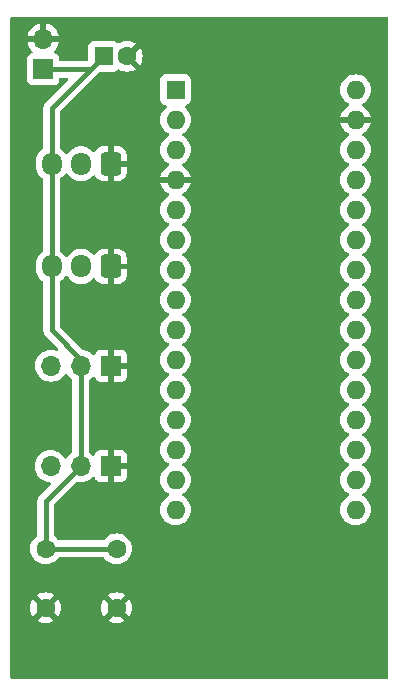
<source format=gbl>
G04 #@! TF.GenerationSoftware,KiCad,Pcbnew,8.0.4*
G04 #@! TF.CreationDate,2024-11-12T14:35:11-08:00*
G04 #@! TF.ProjectId,Engine Control Unit,456e6769-6e65-4204-936f-6e74726f6c20,rev?*
G04 #@! TF.SameCoordinates,Original*
G04 #@! TF.FileFunction,Copper,L2,Bot*
G04 #@! TF.FilePolarity,Positive*
%FSLAX46Y46*%
G04 Gerber Fmt 4.6, Leading zero omitted, Abs format (unit mm)*
G04 Created by KiCad (PCBNEW 8.0.4) date 2024-11-12 14:35:11*
%MOMM*%
%LPD*%
G01*
G04 APERTURE LIST*
G04 Aperture macros list*
%AMRoundRect*
0 Rectangle with rounded corners*
0 $1 Rounding radius*
0 $2 $3 $4 $5 $6 $7 $8 $9 X,Y pos of 4 corners*
0 Add a 4 corners polygon primitive as box body*
4,1,4,$2,$3,$4,$5,$6,$7,$8,$9,$2,$3,0*
0 Add four circle primitives for the rounded corners*
1,1,$1+$1,$2,$3*
1,1,$1+$1,$4,$5*
1,1,$1+$1,$6,$7*
1,1,$1+$1,$8,$9*
0 Add four rect primitives between the rounded corners*
20,1,$1+$1,$2,$3,$4,$5,0*
20,1,$1+$1,$4,$5,$6,$7,0*
20,1,$1+$1,$6,$7,$8,$9,0*
20,1,$1+$1,$8,$9,$2,$3,0*%
G04 Aperture macros list end*
G04 #@! TA.AperFunction,ComponentPad*
%ADD10R,1.700000X1.700000*%
G04 #@! TD*
G04 #@! TA.AperFunction,ComponentPad*
%ADD11O,1.700000X1.700000*%
G04 #@! TD*
G04 #@! TA.AperFunction,ComponentPad*
%ADD12C,1.600000*%
G04 #@! TD*
G04 #@! TA.AperFunction,ComponentPad*
%ADD13R,1.600000X1.600000*%
G04 #@! TD*
G04 #@! TA.AperFunction,ComponentPad*
%ADD14O,1.700000X1.950000*%
G04 #@! TD*
G04 #@! TA.AperFunction,ComponentPad*
%ADD15RoundRect,0.250000X0.600000X0.725000X-0.600000X0.725000X-0.600000X-0.725000X0.600000X-0.725000X0*%
G04 #@! TD*
G04 #@! TA.AperFunction,ComponentPad*
%ADD16O,1.600000X1.600000*%
G04 #@! TD*
G04 #@! TA.AperFunction,Conductor*
%ADD17C,0.400000*%
G04 #@! TD*
G04 #@! TA.AperFunction,Conductor*
%ADD18C,0.127000*%
G04 #@! TD*
G04 APERTURE END LIST*
D10*
X135040000Y-105000000D03*
D11*
X132500000Y-105000000D03*
X129960000Y-105000000D03*
D12*
X135500000Y-125500000D03*
X135500000Y-120500000D03*
D13*
X134400000Y-78800000D03*
D12*
X136400000Y-78800000D03*
D14*
X130000000Y-87900000D03*
X132500000Y-87900000D03*
D15*
X135000000Y-87900000D03*
D12*
X129500000Y-125500000D03*
X129500000Y-120500000D03*
D10*
X135000000Y-113500000D03*
D11*
X132460000Y-113500000D03*
X129920000Y-113500000D03*
D14*
X130000000Y-96600000D03*
X132500000Y-96600000D03*
D15*
X135000000Y-96600000D03*
D13*
X140500000Y-81640000D03*
D16*
X140500000Y-84180000D03*
X140500000Y-86720000D03*
X140500000Y-89260000D03*
X140500000Y-91800000D03*
X140500000Y-94340000D03*
X140500000Y-96880000D03*
X140500000Y-99420000D03*
X140500000Y-101960000D03*
X140500000Y-104500000D03*
X140500000Y-107040000D03*
X140500000Y-109580000D03*
X140500000Y-112120000D03*
X140500000Y-114660000D03*
X140500000Y-117200000D03*
X155740000Y-117200000D03*
X155740000Y-114660000D03*
X155740000Y-112120000D03*
X155740000Y-109580000D03*
X155740000Y-107040000D03*
X155740000Y-104500000D03*
X155740000Y-101960000D03*
X155740000Y-99420000D03*
X155740000Y-96880000D03*
X155740000Y-94340000D03*
X155740000Y-91800000D03*
X155740000Y-89260000D03*
X155740000Y-86720000D03*
X155740000Y-84180000D03*
X155740000Y-81640000D03*
D11*
X129300000Y-77360000D03*
D10*
X129300000Y-79900000D03*
D17*
X134400000Y-78800000D02*
X133300000Y-79900000D01*
X133300000Y-79900000D02*
X129300000Y-79900000D01*
X130000000Y-87900000D02*
X130000000Y-83200000D01*
X130000000Y-83200000D02*
X134400000Y-78800000D01*
X130000000Y-96600000D02*
X130000000Y-87900000D01*
X132500000Y-105000000D02*
X132500000Y-104500000D01*
X132500000Y-104500000D02*
X130000000Y-102000000D01*
X130000000Y-102000000D02*
X130000000Y-96600000D01*
X129500000Y-120500000D02*
X129500000Y-116460000D01*
X129500000Y-116460000D02*
X132460000Y-113500000D01*
X129500000Y-120500000D02*
X135500000Y-120500000D01*
X132460000Y-113500000D02*
X132460000Y-105040000D01*
X132460000Y-105040000D02*
X132500000Y-105000000D01*
D18*
X139830000Y-99420000D02*
X140500000Y-99420000D01*
G04 #@! TA.AperFunction,Conductor*
G36*
X158442539Y-75520185D02*
G01*
X158488294Y-75572989D01*
X158499500Y-75624500D01*
X158499500Y-131375500D01*
X158479815Y-131442539D01*
X158427011Y-131488294D01*
X158375500Y-131499500D01*
X126624500Y-131499500D01*
X126557461Y-131479815D01*
X126511706Y-131427011D01*
X126500500Y-131375500D01*
X126500500Y-125499997D01*
X128195034Y-125499997D01*
X128195034Y-125500002D01*
X128214858Y-125726599D01*
X128214860Y-125726610D01*
X128273730Y-125946317D01*
X128273735Y-125946331D01*
X128369863Y-126152478D01*
X128420974Y-126225472D01*
X129100000Y-125546446D01*
X129100000Y-125552661D01*
X129127259Y-125654394D01*
X129179920Y-125745606D01*
X129254394Y-125820080D01*
X129345606Y-125872741D01*
X129447339Y-125900000D01*
X129453553Y-125900000D01*
X128774526Y-126579025D01*
X128847513Y-126630132D01*
X128847521Y-126630136D01*
X129053668Y-126726264D01*
X129053682Y-126726269D01*
X129273389Y-126785139D01*
X129273400Y-126785141D01*
X129499998Y-126804966D01*
X129500002Y-126804966D01*
X129726599Y-126785141D01*
X129726610Y-126785139D01*
X129946317Y-126726269D01*
X129946331Y-126726264D01*
X130152478Y-126630136D01*
X130225471Y-126579024D01*
X129546447Y-125900000D01*
X129552661Y-125900000D01*
X129654394Y-125872741D01*
X129745606Y-125820080D01*
X129820080Y-125745606D01*
X129872741Y-125654394D01*
X129900000Y-125552661D01*
X129900000Y-125546447D01*
X130579024Y-126225471D01*
X130630136Y-126152478D01*
X130726264Y-125946331D01*
X130726269Y-125946317D01*
X130785139Y-125726610D01*
X130785141Y-125726599D01*
X130804966Y-125500002D01*
X130804966Y-125499997D01*
X134195034Y-125499997D01*
X134195034Y-125500002D01*
X134214858Y-125726599D01*
X134214860Y-125726610D01*
X134273730Y-125946317D01*
X134273735Y-125946331D01*
X134369863Y-126152478D01*
X134420974Y-126225472D01*
X135100000Y-125546446D01*
X135100000Y-125552661D01*
X135127259Y-125654394D01*
X135179920Y-125745606D01*
X135254394Y-125820080D01*
X135345606Y-125872741D01*
X135447339Y-125900000D01*
X135453553Y-125900000D01*
X134774526Y-126579025D01*
X134847513Y-126630132D01*
X134847521Y-126630136D01*
X135053668Y-126726264D01*
X135053682Y-126726269D01*
X135273389Y-126785139D01*
X135273400Y-126785141D01*
X135499998Y-126804966D01*
X135500002Y-126804966D01*
X135726599Y-126785141D01*
X135726610Y-126785139D01*
X135946317Y-126726269D01*
X135946331Y-126726264D01*
X136152478Y-126630136D01*
X136225471Y-126579024D01*
X135546447Y-125900000D01*
X135552661Y-125900000D01*
X135654394Y-125872741D01*
X135745606Y-125820080D01*
X135820080Y-125745606D01*
X135872741Y-125654394D01*
X135900000Y-125552661D01*
X135900000Y-125546447D01*
X136579024Y-126225471D01*
X136630136Y-126152478D01*
X136726264Y-125946331D01*
X136726269Y-125946317D01*
X136785139Y-125726610D01*
X136785141Y-125726599D01*
X136804966Y-125500002D01*
X136804966Y-125499997D01*
X136785141Y-125273400D01*
X136785139Y-125273389D01*
X136726269Y-125053682D01*
X136726264Y-125053668D01*
X136630136Y-124847521D01*
X136630132Y-124847513D01*
X136579025Y-124774526D01*
X135900000Y-125453551D01*
X135900000Y-125447339D01*
X135872741Y-125345606D01*
X135820080Y-125254394D01*
X135745606Y-125179920D01*
X135654394Y-125127259D01*
X135552661Y-125100000D01*
X135546448Y-125100000D01*
X136225472Y-124420974D01*
X136152478Y-124369863D01*
X135946331Y-124273735D01*
X135946317Y-124273730D01*
X135726610Y-124214860D01*
X135726599Y-124214858D01*
X135500002Y-124195034D01*
X135499998Y-124195034D01*
X135273400Y-124214858D01*
X135273389Y-124214860D01*
X135053682Y-124273730D01*
X135053673Y-124273734D01*
X134847516Y-124369866D01*
X134847512Y-124369868D01*
X134774526Y-124420973D01*
X134774526Y-124420974D01*
X135453553Y-125100000D01*
X135447339Y-125100000D01*
X135345606Y-125127259D01*
X135254394Y-125179920D01*
X135179920Y-125254394D01*
X135127259Y-125345606D01*
X135100000Y-125447339D01*
X135100000Y-125453552D01*
X134420974Y-124774526D01*
X134420973Y-124774526D01*
X134369868Y-124847512D01*
X134369866Y-124847516D01*
X134273734Y-125053673D01*
X134273730Y-125053682D01*
X134214860Y-125273389D01*
X134214858Y-125273400D01*
X134195034Y-125499997D01*
X130804966Y-125499997D01*
X130785141Y-125273400D01*
X130785139Y-125273389D01*
X130726269Y-125053682D01*
X130726264Y-125053668D01*
X130630136Y-124847521D01*
X130630132Y-124847513D01*
X130579025Y-124774526D01*
X129900000Y-125453551D01*
X129900000Y-125447339D01*
X129872741Y-125345606D01*
X129820080Y-125254394D01*
X129745606Y-125179920D01*
X129654394Y-125127259D01*
X129552661Y-125100000D01*
X129546448Y-125100000D01*
X130225472Y-124420974D01*
X130152478Y-124369863D01*
X129946331Y-124273735D01*
X129946317Y-124273730D01*
X129726610Y-124214860D01*
X129726599Y-124214858D01*
X129500002Y-124195034D01*
X129499998Y-124195034D01*
X129273400Y-124214858D01*
X129273389Y-124214860D01*
X129053682Y-124273730D01*
X129053673Y-124273734D01*
X128847516Y-124369866D01*
X128847512Y-124369868D01*
X128774526Y-124420973D01*
X128774526Y-124420974D01*
X129453553Y-125100000D01*
X129447339Y-125100000D01*
X129345606Y-125127259D01*
X129254394Y-125179920D01*
X129179920Y-125254394D01*
X129127259Y-125345606D01*
X129100000Y-125447339D01*
X129100000Y-125453552D01*
X128420974Y-124774526D01*
X128420973Y-124774526D01*
X128369868Y-124847512D01*
X128369866Y-124847516D01*
X128273734Y-125053673D01*
X128273730Y-125053682D01*
X128214860Y-125273389D01*
X128214858Y-125273400D01*
X128195034Y-125499997D01*
X126500500Y-125499997D01*
X126500500Y-79002135D01*
X127949500Y-79002135D01*
X127949500Y-80797870D01*
X127949501Y-80797876D01*
X127955908Y-80857483D01*
X128006202Y-80992328D01*
X128006206Y-80992335D01*
X128092452Y-81107544D01*
X128092455Y-81107547D01*
X128207664Y-81193793D01*
X128207671Y-81193797D01*
X128342517Y-81244091D01*
X128342516Y-81244091D01*
X128349444Y-81244835D01*
X128402127Y-81250500D01*
X130197872Y-81250499D01*
X130257483Y-81244091D01*
X130392331Y-81193796D01*
X130507546Y-81107546D01*
X130593796Y-80992331D01*
X130644091Y-80857483D01*
X130650500Y-80797873D01*
X130650500Y-80724500D01*
X130670185Y-80657461D01*
X130722989Y-80611706D01*
X130774500Y-80600500D01*
X131309481Y-80600500D01*
X131376520Y-80620185D01*
X131422275Y-80672989D01*
X131432219Y-80742147D01*
X131403194Y-80805703D01*
X131397162Y-80812181D01*
X129455890Y-82753451D01*
X129455887Y-82753454D01*
X129444453Y-82770568D01*
X129379223Y-82868191D01*
X129326421Y-82995667D01*
X129326418Y-82995677D01*
X129299500Y-83131004D01*
X129299500Y-86551452D01*
X129279815Y-86618491D01*
X129248385Y-86651770D01*
X129120213Y-86744890D01*
X128969890Y-86895213D01*
X128844951Y-87067179D01*
X128748444Y-87256585D01*
X128682753Y-87458760D01*
X128659062Y-87608343D01*
X128649500Y-87668713D01*
X128649500Y-88131287D01*
X128682754Y-88341243D01*
X128693722Y-88375000D01*
X128748444Y-88543414D01*
X128844951Y-88732820D01*
X128969890Y-88904786D01*
X129120211Y-89055107D01*
X129191200Y-89106682D01*
X129248385Y-89148229D01*
X129291051Y-89203558D01*
X129299500Y-89248547D01*
X129299500Y-95251452D01*
X129279815Y-95318491D01*
X129248385Y-95351770D01*
X129120213Y-95444890D01*
X128969890Y-95595213D01*
X128844951Y-95767179D01*
X128748444Y-95956585D01*
X128682753Y-96158760D01*
X128673069Y-96219905D01*
X128649500Y-96368713D01*
X128649500Y-96831287D01*
X128682754Y-97041243D01*
X128704021Y-97106697D01*
X128748444Y-97243414D01*
X128844951Y-97432820D01*
X128969890Y-97604786D01*
X129120211Y-97755107D01*
X129191200Y-97806682D01*
X129248385Y-97848229D01*
X129291051Y-97903558D01*
X129299500Y-97948547D01*
X129299500Y-101931006D01*
X129299500Y-102068994D01*
X129299500Y-102068996D01*
X129299499Y-102068996D01*
X129326418Y-102204322D01*
X129326421Y-102204332D01*
X129379222Y-102331807D01*
X129455887Y-102446545D01*
X130522326Y-103512984D01*
X130555811Y-103574307D01*
X130550827Y-103643999D01*
X130508955Y-103699932D01*
X130443491Y-103724349D01*
X130402552Y-103720440D01*
X130195413Y-103664938D01*
X130195403Y-103664936D01*
X129960001Y-103644341D01*
X129959999Y-103644341D01*
X129724596Y-103664936D01*
X129724586Y-103664938D01*
X129496344Y-103726094D01*
X129496335Y-103726098D01*
X129282171Y-103825964D01*
X129282169Y-103825965D01*
X129088597Y-103961505D01*
X128921505Y-104128597D01*
X128785965Y-104322169D01*
X128785964Y-104322171D01*
X128686098Y-104536335D01*
X128686094Y-104536344D01*
X128624938Y-104764586D01*
X128624936Y-104764596D01*
X128604341Y-104999999D01*
X128604341Y-105000000D01*
X128624936Y-105235403D01*
X128624938Y-105235413D01*
X128686094Y-105463655D01*
X128686096Y-105463659D01*
X128686097Y-105463663D01*
X128763926Y-105630567D01*
X128785965Y-105677830D01*
X128785967Y-105677834D01*
X128820211Y-105726739D01*
X128921505Y-105871401D01*
X129088599Y-106038495D01*
X129090683Y-106039954D01*
X129282165Y-106174032D01*
X129282167Y-106174033D01*
X129282170Y-106174035D01*
X129496337Y-106273903D01*
X129724592Y-106335063D01*
X129895319Y-106350000D01*
X129959999Y-106355659D01*
X129960000Y-106355659D01*
X129960001Y-106355659D01*
X130024681Y-106350000D01*
X130195408Y-106335063D01*
X130423663Y-106273903D01*
X130637830Y-106174035D01*
X130831401Y-106038495D01*
X130998495Y-105871401D01*
X131128425Y-105685842D01*
X131183002Y-105642217D01*
X131252500Y-105635023D01*
X131314855Y-105666546D01*
X131331575Y-105685842D01*
X131461501Y-105871396D01*
X131461506Y-105871402D01*
X131628595Y-106038492D01*
X131628598Y-106038494D01*
X131628599Y-106038495D01*
X131706623Y-106093127D01*
X131750248Y-106147703D01*
X131759500Y-106194702D01*
X131759500Y-112277288D01*
X131739815Y-112344327D01*
X131706624Y-112378863D01*
X131588594Y-112461508D01*
X131421505Y-112628597D01*
X131291575Y-112814158D01*
X131236998Y-112857783D01*
X131167500Y-112864977D01*
X131105145Y-112833454D01*
X131088425Y-112814158D01*
X130958494Y-112628597D01*
X130791402Y-112461506D01*
X130791395Y-112461501D01*
X130597834Y-112325967D01*
X130597830Y-112325965D01*
X130493442Y-112277288D01*
X130383663Y-112226097D01*
X130383659Y-112226096D01*
X130383655Y-112226094D01*
X130155413Y-112164938D01*
X130155403Y-112164936D01*
X129920001Y-112144341D01*
X129919999Y-112144341D01*
X129684596Y-112164936D01*
X129684586Y-112164938D01*
X129456344Y-112226094D01*
X129456335Y-112226098D01*
X129242171Y-112325964D01*
X129242169Y-112325965D01*
X129048597Y-112461505D01*
X128881505Y-112628597D01*
X128745965Y-112822169D01*
X128745964Y-112822171D01*
X128646098Y-113036335D01*
X128646094Y-113036344D01*
X128584938Y-113264586D01*
X128584936Y-113264596D01*
X128564341Y-113499999D01*
X128564341Y-113500000D01*
X128584936Y-113735403D01*
X128584938Y-113735413D01*
X128646094Y-113963655D01*
X128646096Y-113963659D01*
X128646097Y-113963663D01*
X128666430Y-114007267D01*
X128745965Y-114177830D01*
X128745967Y-114177834D01*
X128770944Y-114213504D01*
X128881505Y-114371401D01*
X129048599Y-114538495D01*
X129125135Y-114592086D01*
X129242165Y-114674032D01*
X129242167Y-114674033D01*
X129242170Y-114674035D01*
X129456337Y-114773903D01*
X129684592Y-114835063D01*
X129833194Y-114848064D01*
X129898263Y-114873516D01*
X129939242Y-114930107D01*
X129943120Y-114999869D01*
X129910068Y-115059273D01*
X128955888Y-116013453D01*
X128955884Y-116013458D01*
X128936559Y-116042382D01*
X128918485Y-116069432D01*
X128898787Y-116098911D01*
X128879223Y-116128191D01*
X128826421Y-116255667D01*
X128826418Y-116255677D01*
X128799500Y-116391004D01*
X128799500Y-119338326D01*
X128779815Y-119405365D01*
X128746624Y-119439901D01*
X128660863Y-119499951D01*
X128499951Y-119660862D01*
X128369432Y-119847265D01*
X128369431Y-119847267D01*
X128273261Y-120053502D01*
X128273258Y-120053511D01*
X128214366Y-120273302D01*
X128214364Y-120273313D01*
X128194532Y-120499998D01*
X128194532Y-120500001D01*
X128214364Y-120726686D01*
X128214366Y-120726697D01*
X128273258Y-120946488D01*
X128273261Y-120946497D01*
X128369431Y-121152732D01*
X128369432Y-121152734D01*
X128499954Y-121339141D01*
X128660858Y-121500045D01*
X128660861Y-121500047D01*
X128847266Y-121630568D01*
X129053504Y-121726739D01*
X129273308Y-121785635D01*
X129435230Y-121799801D01*
X129499998Y-121805468D01*
X129500000Y-121805468D01*
X129500002Y-121805468D01*
X129556673Y-121800509D01*
X129726692Y-121785635D01*
X129946496Y-121726739D01*
X130152734Y-121630568D01*
X130339139Y-121500047D01*
X130500047Y-121339139D01*
X130560098Y-121253377D01*
X130614675Y-121209752D01*
X130661673Y-121200500D01*
X134338327Y-121200500D01*
X134405366Y-121220185D01*
X134439902Y-121253377D01*
X134499954Y-121339141D01*
X134660858Y-121500045D01*
X134660861Y-121500047D01*
X134847266Y-121630568D01*
X135053504Y-121726739D01*
X135273308Y-121785635D01*
X135435230Y-121799801D01*
X135499998Y-121805468D01*
X135500000Y-121805468D01*
X135500002Y-121805468D01*
X135556673Y-121800509D01*
X135726692Y-121785635D01*
X135946496Y-121726739D01*
X136152734Y-121630568D01*
X136339139Y-121500047D01*
X136500047Y-121339139D01*
X136630568Y-121152734D01*
X136726739Y-120946496D01*
X136785635Y-120726692D01*
X136805468Y-120500000D01*
X136785635Y-120273308D01*
X136726739Y-120053504D01*
X136630568Y-119847266D01*
X136500047Y-119660861D01*
X136500045Y-119660858D01*
X136339141Y-119499954D01*
X136152734Y-119369432D01*
X136152732Y-119369431D01*
X135946497Y-119273261D01*
X135946488Y-119273258D01*
X135726697Y-119214366D01*
X135726693Y-119214365D01*
X135726692Y-119214365D01*
X135726691Y-119214364D01*
X135726686Y-119214364D01*
X135500002Y-119194532D01*
X135499998Y-119194532D01*
X135273313Y-119214364D01*
X135273302Y-119214366D01*
X135053511Y-119273258D01*
X135053502Y-119273261D01*
X134847267Y-119369431D01*
X134847265Y-119369432D01*
X134660858Y-119499954D01*
X134499954Y-119660858D01*
X134439902Y-119746623D01*
X134385325Y-119790248D01*
X134338327Y-119799500D01*
X130661673Y-119799500D01*
X130594634Y-119779815D01*
X130560098Y-119746623D01*
X130500048Y-119660862D01*
X130500044Y-119660858D01*
X130339139Y-119499953D01*
X130253376Y-119439901D01*
X130209751Y-119385324D01*
X130200500Y-119338326D01*
X130200500Y-116801518D01*
X130220185Y-116734479D01*
X130236814Y-116713842D01*
X132088006Y-114862649D01*
X132149327Y-114829166D01*
X132207778Y-114830557D01*
X132224592Y-114835063D01*
X132395319Y-114850000D01*
X132459999Y-114855659D01*
X132460000Y-114855659D01*
X132460001Y-114855659D01*
X132524681Y-114850000D01*
X132695408Y-114835063D01*
X132923663Y-114773903D01*
X133137830Y-114674035D01*
X133331401Y-114538495D01*
X133453717Y-114416178D01*
X133515036Y-114382696D01*
X133584728Y-114387680D01*
X133640662Y-114429551D01*
X133657577Y-114460528D01*
X133706646Y-114592088D01*
X133706649Y-114592093D01*
X133792809Y-114707187D01*
X133792812Y-114707190D01*
X133907906Y-114793350D01*
X133907913Y-114793354D01*
X134042620Y-114843596D01*
X134042627Y-114843598D01*
X134102155Y-114849999D01*
X134102172Y-114850000D01*
X134750000Y-114850000D01*
X134750000Y-113933012D01*
X134807007Y-113965925D01*
X134934174Y-114000000D01*
X135065826Y-114000000D01*
X135192993Y-113965925D01*
X135250000Y-113933012D01*
X135250000Y-114850000D01*
X135897828Y-114850000D01*
X135897844Y-114849999D01*
X135957372Y-114843598D01*
X135957379Y-114843596D01*
X136092086Y-114793354D01*
X136092093Y-114793350D01*
X136207187Y-114707190D01*
X136207190Y-114707187D01*
X136293350Y-114592093D01*
X136293354Y-114592086D01*
X136343596Y-114457379D01*
X136343598Y-114457372D01*
X136349999Y-114397844D01*
X136350000Y-114397827D01*
X136350000Y-113750000D01*
X135433012Y-113750000D01*
X135465925Y-113692993D01*
X135500000Y-113565826D01*
X135500000Y-113434174D01*
X135465925Y-113307007D01*
X135433012Y-113250000D01*
X136350000Y-113250000D01*
X136350000Y-112602172D01*
X136349999Y-112602155D01*
X136343598Y-112542627D01*
X136343596Y-112542620D01*
X136293354Y-112407913D01*
X136293350Y-112407906D01*
X136207190Y-112292812D01*
X136207187Y-112292809D01*
X136092093Y-112206649D01*
X136092086Y-112206645D01*
X135957379Y-112156403D01*
X135957372Y-112156401D01*
X135897844Y-112150000D01*
X135250000Y-112150000D01*
X135250000Y-113066988D01*
X135192993Y-113034075D01*
X135065826Y-113000000D01*
X134934174Y-113000000D01*
X134807007Y-113034075D01*
X134750000Y-113066988D01*
X134750000Y-112150000D01*
X134102155Y-112150000D01*
X134042627Y-112156401D01*
X134042620Y-112156403D01*
X133907913Y-112206645D01*
X133907906Y-112206649D01*
X133792812Y-112292809D01*
X133792809Y-112292812D01*
X133706649Y-112407906D01*
X133706645Y-112407913D01*
X133657578Y-112539470D01*
X133615707Y-112595404D01*
X133550242Y-112619821D01*
X133481969Y-112604969D01*
X133453715Y-112583819D01*
X133409366Y-112539470D01*
X133331401Y-112461505D01*
X133331396Y-112461502D01*
X133331393Y-112461499D01*
X133213376Y-112378861D01*
X133169751Y-112324284D01*
X133160500Y-112277287D01*
X133160500Y-106250720D01*
X133180185Y-106183681D01*
X133213377Y-106149145D01*
X133245005Y-106126997D01*
X133371401Y-106038495D01*
X133493717Y-105916178D01*
X133555036Y-105882696D01*
X133624728Y-105887680D01*
X133680662Y-105929551D01*
X133697577Y-105960528D01*
X133746646Y-106092088D01*
X133746649Y-106092093D01*
X133832809Y-106207187D01*
X133832812Y-106207190D01*
X133947906Y-106293350D01*
X133947913Y-106293354D01*
X134082620Y-106343596D01*
X134082627Y-106343598D01*
X134142155Y-106349999D01*
X134142172Y-106350000D01*
X134790000Y-106350000D01*
X134790000Y-105433012D01*
X134847007Y-105465925D01*
X134974174Y-105500000D01*
X135105826Y-105500000D01*
X135232993Y-105465925D01*
X135290000Y-105433012D01*
X135290000Y-106350000D01*
X135937828Y-106350000D01*
X135937844Y-106349999D01*
X135997372Y-106343598D01*
X135997379Y-106343596D01*
X136132086Y-106293354D01*
X136132093Y-106293350D01*
X136247187Y-106207190D01*
X136247190Y-106207187D01*
X136333350Y-106092093D01*
X136333354Y-106092086D01*
X136383596Y-105957379D01*
X136383598Y-105957372D01*
X136389999Y-105897844D01*
X136390000Y-105897827D01*
X136390000Y-105250000D01*
X135473012Y-105250000D01*
X135505925Y-105192993D01*
X135540000Y-105065826D01*
X135540000Y-104934174D01*
X135505925Y-104807007D01*
X135473012Y-104750000D01*
X136390000Y-104750000D01*
X136390000Y-104102172D01*
X136389999Y-104102155D01*
X136383598Y-104042627D01*
X136383596Y-104042620D01*
X136333354Y-103907913D01*
X136333350Y-103907906D01*
X136247190Y-103792812D01*
X136247187Y-103792809D01*
X136132093Y-103706649D01*
X136132086Y-103706645D01*
X135997379Y-103656403D01*
X135997372Y-103656401D01*
X135937844Y-103650000D01*
X135290000Y-103650000D01*
X135290000Y-104566988D01*
X135232993Y-104534075D01*
X135105826Y-104500000D01*
X134974174Y-104500000D01*
X134847007Y-104534075D01*
X134790000Y-104566988D01*
X134790000Y-103650000D01*
X134142155Y-103650000D01*
X134082627Y-103656401D01*
X134082620Y-103656403D01*
X133947913Y-103706645D01*
X133947906Y-103706649D01*
X133832812Y-103792809D01*
X133832809Y-103792812D01*
X133746649Y-103907906D01*
X133746645Y-103907913D01*
X133697578Y-104039470D01*
X133655707Y-104095404D01*
X133590242Y-104119821D01*
X133521969Y-104104969D01*
X133493715Y-104083819D01*
X133449366Y-104039470D01*
X133371401Y-103961505D01*
X133371397Y-103961502D01*
X133371396Y-103961501D01*
X133177834Y-103825967D01*
X133177830Y-103825965D01*
X133106727Y-103792809D01*
X132963663Y-103726097D01*
X132963659Y-103726096D01*
X132963655Y-103726094D01*
X132735413Y-103664938D01*
X132735404Y-103664936D01*
X132692898Y-103661217D01*
X132627830Y-103635763D01*
X132616027Y-103625370D01*
X130736819Y-101746162D01*
X130703334Y-101684839D01*
X130700500Y-101658481D01*
X130700500Y-97948547D01*
X130720185Y-97881508D01*
X130751614Y-97848230D01*
X130879792Y-97755104D01*
X131030104Y-97604792D01*
X131149683Y-97440204D01*
X131205011Y-97397540D01*
X131274624Y-97391561D01*
X131336420Y-97424166D01*
X131350313Y-97440199D01*
X131453661Y-97582446D01*
X131469896Y-97604792D01*
X131620213Y-97755109D01*
X131792179Y-97880048D01*
X131792181Y-97880049D01*
X131792184Y-97880051D01*
X131981588Y-97976557D01*
X132183757Y-98042246D01*
X132393713Y-98075500D01*
X132393714Y-98075500D01*
X132606286Y-98075500D01*
X132606287Y-98075500D01*
X132816243Y-98042246D01*
X133018412Y-97976557D01*
X133207816Y-97880051D01*
X133265141Y-97838402D01*
X133379784Y-97755110D01*
X133379784Y-97755109D01*
X133379792Y-97755104D01*
X133518967Y-97615928D01*
X133580286Y-97582446D01*
X133649978Y-97587430D01*
X133705912Y-97629301D01*
X133712184Y-97638515D01*
X133807684Y-97793345D01*
X133931654Y-97917315D01*
X134080875Y-98009356D01*
X134080880Y-98009358D01*
X134247302Y-98064505D01*
X134247309Y-98064506D01*
X134350019Y-98074999D01*
X134749999Y-98074999D01*
X134750000Y-98074998D01*
X134750000Y-97004145D01*
X134816657Y-97042630D01*
X134937465Y-97075000D01*
X135062535Y-97075000D01*
X135183343Y-97042630D01*
X135250000Y-97004145D01*
X135250000Y-98074999D01*
X135649972Y-98074999D01*
X135649986Y-98074998D01*
X135752697Y-98064505D01*
X135919119Y-98009358D01*
X135919124Y-98009356D01*
X136068345Y-97917315D01*
X136192315Y-97793345D01*
X136284356Y-97644124D01*
X136284358Y-97644119D01*
X136339505Y-97477697D01*
X136339506Y-97477690D01*
X136349999Y-97374986D01*
X136350000Y-97374973D01*
X136350000Y-96850000D01*
X135404146Y-96850000D01*
X135442630Y-96783343D01*
X135475000Y-96662535D01*
X135475000Y-96537465D01*
X135442630Y-96416657D01*
X135404146Y-96350000D01*
X136349999Y-96350000D01*
X136349999Y-95825028D01*
X136349998Y-95825013D01*
X136339505Y-95722302D01*
X136284358Y-95555880D01*
X136284356Y-95555875D01*
X136192315Y-95406654D01*
X136068345Y-95282684D01*
X135919124Y-95190643D01*
X135919119Y-95190641D01*
X135752697Y-95135494D01*
X135752690Y-95135493D01*
X135649986Y-95125000D01*
X135250000Y-95125000D01*
X135250000Y-96195854D01*
X135183343Y-96157370D01*
X135062535Y-96125000D01*
X134937465Y-96125000D01*
X134816657Y-96157370D01*
X134750000Y-96195854D01*
X134750000Y-95125000D01*
X134350028Y-95125000D01*
X134350012Y-95125001D01*
X134247302Y-95135494D01*
X134080880Y-95190641D01*
X134080875Y-95190643D01*
X133931654Y-95282684D01*
X133807683Y-95406655D01*
X133807680Y-95406659D01*
X133712183Y-95561484D01*
X133660235Y-95608209D01*
X133591273Y-95619430D01*
X133527191Y-95591587D01*
X133518964Y-95584068D01*
X133379786Y-95444890D01*
X133207820Y-95319951D01*
X133018414Y-95223444D01*
X133018413Y-95223443D01*
X133018412Y-95223443D01*
X132816243Y-95157754D01*
X132816241Y-95157753D01*
X132816240Y-95157753D01*
X132654957Y-95132208D01*
X132606287Y-95124500D01*
X132393713Y-95124500D01*
X132345042Y-95132208D01*
X132183760Y-95157753D01*
X131981585Y-95223444D01*
X131792179Y-95319951D01*
X131620213Y-95444890D01*
X131469894Y-95595209D01*
X131469890Y-95595214D01*
X131350318Y-95759793D01*
X131294989Y-95802459D01*
X131225375Y-95808438D01*
X131163580Y-95775833D01*
X131149682Y-95759793D01*
X131030109Y-95595214D01*
X131030105Y-95595209D01*
X130879786Y-95444890D01*
X130751615Y-95351770D01*
X130708949Y-95296441D01*
X130700500Y-95251452D01*
X130700500Y-89248547D01*
X130720185Y-89181508D01*
X130751614Y-89148230D01*
X130879792Y-89055104D01*
X131030104Y-88904792D01*
X131149683Y-88740204D01*
X131205011Y-88697540D01*
X131274624Y-88691561D01*
X131336420Y-88724166D01*
X131350313Y-88740199D01*
X131437281Y-88859901D01*
X131469896Y-88904792D01*
X131620213Y-89055109D01*
X131792179Y-89180048D01*
X131792181Y-89180049D01*
X131792184Y-89180051D01*
X131981588Y-89276557D01*
X132183757Y-89342246D01*
X132393713Y-89375500D01*
X132393714Y-89375500D01*
X132606286Y-89375500D01*
X132606287Y-89375500D01*
X132816243Y-89342246D01*
X133018412Y-89276557D01*
X133207816Y-89180051D01*
X133265141Y-89138402D01*
X133379784Y-89055110D01*
X133379784Y-89055109D01*
X133379792Y-89055104D01*
X133518967Y-88915928D01*
X133580286Y-88882446D01*
X133649978Y-88887430D01*
X133705912Y-88929301D01*
X133712184Y-88938515D01*
X133807684Y-89093345D01*
X133931654Y-89217315D01*
X134080875Y-89309356D01*
X134080880Y-89309358D01*
X134247302Y-89364505D01*
X134247309Y-89364506D01*
X134350019Y-89374999D01*
X134749999Y-89374999D01*
X134750000Y-89374998D01*
X134750000Y-88304145D01*
X134816657Y-88342630D01*
X134937465Y-88375000D01*
X135062535Y-88375000D01*
X135183343Y-88342630D01*
X135250000Y-88304145D01*
X135250000Y-89374999D01*
X135649972Y-89374999D01*
X135649986Y-89374998D01*
X135752697Y-89364505D01*
X135919119Y-89309358D01*
X135919124Y-89309356D01*
X136068345Y-89217315D01*
X136192315Y-89093345D01*
X136284356Y-88944124D01*
X136284358Y-88944119D01*
X136339505Y-88777697D01*
X136339506Y-88777690D01*
X136349999Y-88674986D01*
X136350000Y-88674973D01*
X136350000Y-88150000D01*
X135404146Y-88150000D01*
X135442630Y-88083343D01*
X135475000Y-87962535D01*
X135475000Y-87837465D01*
X135442630Y-87716657D01*
X135404146Y-87650000D01*
X136349999Y-87650000D01*
X136349999Y-87125028D01*
X136349998Y-87125013D01*
X136339505Y-87022302D01*
X136284358Y-86855880D01*
X136284356Y-86855875D01*
X136192315Y-86706654D01*
X136068345Y-86582684D01*
X135919124Y-86490643D01*
X135919119Y-86490641D01*
X135752697Y-86435494D01*
X135752690Y-86435493D01*
X135649986Y-86425000D01*
X135250000Y-86425000D01*
X135250000Y-87495854D01*
X135183343Y-87457370D01*
X135062535Y-87425000D01*
X134937465Y-87425000D01*
X134816657Y-87457370D01*
X134750000Y-87495854D01*
X134750000Y-86425000D01*
X134350028Y-86425000D01*
X134350012Y-86425001D01*
X134247302Y-86435494D01*
X134080880Y-86490641D01*
X134080875Y-86490643D01*
X133931654Y-86582684D01*
X133807683Y-86706655D01*
X133807680Y-86706659D01*
X133712183Y-86861484D01*
X133660235Y-86908209D01*
X133591273Y-86919430D01*
X133527191Y-86891587D01*
X133518964Y-86884068D01*
X133379786Y-86744890D01*
X133207820Y-86619951D01*
X133018414Y-86523444D01*
X133018413Y-86523443D01*
X133018412Y-86523443D01*
X132816243Y-86457754D01*
X132816241Y-86457753D01*
X132816240Y-86457753D01*
X132654957Y-86432208D01*
X132606287Y-86424500D01*
X132393713Y-86424500D01*
X132345042Y-86432208D01*
X132183760Y-86457753D01*
X131981585Y-86523444D01*
X131792179Y-86619951D01*
X131620213Y-86744890D01*
X131469894Y-86895209D01*
X131469890Y-86895214D01*
X131350318Y-87059793D01*
X131294989Y-87102459D01*
X131225375Y-87108438D01*
X131163580Y-87075833D01*
X131149682Y-87059793D01*
X131030109Y-86895214D01*
X131030105Y-86895209D01*
X130879786Y-86744890D01*
X130751615Y-86651770D01*
X130708949Y-86596441D01*
X130700500Y-86551452D01*
X130700500Y-84179998D01*
X139194532Y-84179998D01*
X139194532Y-84180001D01*
X139214364Y-84406686D01*
X139214366Y-84406697D01*
X139273258Y-84626488D01*
X139273261Y-84626497D01*
X139369431Y-84832732D01*
X139369432Y-84832734D01*
X139499954Y-85019141D01*
X139660858Y-85180045D01*
X139660861Y-85180047D01*
X139847266Y-85310568D01*
X139904681Y-85337341D01*
X139905275Y-85337618D01*
X139957714Y-85383791D01*
X139976866Y-85450984D01*
X139956650Y-85517865D01*
X139905275Y-85562382D01*
X139847267Y-85589431D01*
X139847265Y-85589432D01*
X139660858Y-85719954D01*
X139499954Y-85880858D01*
X139369432Y-86067265D01*
X139369431Y-86067267D01*
X139273261Y-86273502D01*
X139273258Y-86273511D01*
X139214366Y-86493302D01*
X139214364Y-86493313D01*
X139194532Y-86719998D01*
X139194532Y-86720001D01*
X139214364Y-86946686D01*
X139214366Y-86946697D01*
X139273258Y-87166488D01*
X139273261Y-87166497D01*
X139369431Y-87372732D01*
X139369432Y-87372734D01*
X139499954Y-87559141D01*
X139660858Y-87720045D01*
X139660861Y-87720047D01*
X139847266Y-87850568D01*
X139905865Y-87877893D01*
X139958305Y-87924065D01*
X139977457Y-87991258D01*
X139957242Y-88058139D01*
X139905867Y-88102657D01*
X139847515Y-88129867D01*
X139661179Y-88260342D01*
X139500342Y-88421179D01*
X139369865Y-88607517D01*
X139273734Y-88813673D01*
X139273730Y-88813682D01*
X139221127Y-89009999D01*
X139221128Y-89010000D01*
X140066988Y-89010000D01*
X140034075Y-89067007D01*
X140000000Y-89194174D01*
X140000000Y-89325826D01*
X140034075Y-89452993D01*
X140066988Y-89510000D01*
X139221128Y-89510000D01*
X139273730Y-89706317D01*
X139273734Y-89706326D01*
X139369865Y-89912482D01*
X139500342Y-90098820D01*
X139661179Y-90259657D01*
X139847518Y-90390134D01*
X139847520Y-90390135D01*
X139905865Y-90417342D01*
X139958305Y-90463514D01*
X139977457Y-90530707D01*
X139957242Y-90597589D01*
X139905867Y-90642105D01*
X139847268Y-90669431D01*
X139847264Y-90669433D01*
X139660858Y-90799954D01*
X139499954Y-90960858D01*
X139369432Y-91147265D01*
X139369431Y-91147267D01*
X139273261Y-91353502D01*
X139273258Y-91353511D01*
X139214366Y-91573302D01*
X139214364Y-91573313D01*
X139194532Y-91799998D01*
X139194532Y-91800001D01*
X139214364Y-92026686D01*
X139214366Y-92026697D01*
X139273258Y-92246488D01*
X139273261Y-92246497D01*
X139369431Y-92452732D01*
X139369432Y-92452734D01*
X139499954Y-92639141D01*
X139660858Y-92800045D01*
X139660861Y-92800047D01*
X139847266Y-92930568D01*
X139905275Y-92957618D01*
X139957714Y-93003791D01*
X139976866Y-93070984D01*
X139956650Y-93137865D01*
X139905275Y-93182382D01*
X139847267Y-93209431D01*
X139847265Y-93209432D01*
X139660858Y-93339954D01*
X139499954Y-93500858D01*
X139369432Y-93687265D01*
X139369431Y-93687267D01*
X139273261Y-93893502D01*
X139273258Y-93893511D01*
X139214366Y-94113302D01*
X139214364Y-94113313D01*
X139194532Y-94339998D01*
X139194532Y-94340001D01*
X139214364Y-94566686D01*
X139214366Y-94566697D01*
X139273258Y-94786488D01*
X139273261Y-94786497D01*
X139369431Y-94992732D01*
X139369432Y-94992734D01*
X139499954Y-95179141D01*
X139660858Y-95340045D01*
X139660861Y-95340047D01*
X139847266Y-95470568D01*
X139905275Y-95497618D01*
X139957714Y-95543791D01*
X139976866Y-95610984D01*
X139956650Y-95677865D01*
X139905275Y-95722382D01*
X139847267Y-95749431D01*
X139847265Y-95749432D01*
X139660858Y-95879954D01*
X139499954Y-96040858D01*
X139369432Y-96227265D01*
X139369431Y-96227267D01*
X139273261Y-96433502D01*
X139273258Y-96433511D01*
X139214366Y-96653302D01*
X139214364Y-96653313D01*
X139194532Y-96879998D01*
X139194532Y-96880001D01*
X139214364Y-97106686D01*
X139214366Y-97106697D01*
X139273258Y-97326488D01*
X139273261Y-97326497D01*
X139369431Y-97532732D01*
X139369432Y-97532734D01*
X139499954Y-97719141D01*
X139660858Y-97880045D01*
X139666189Y-97883778D01*
X139847266Y-98010568D01*
X139905275Y-98037618D01*
X139957714Y-98083791D01*
X139976866Y-98150984D01*
X139956650Y-98217865D01*
X139905275Y-98262382D01*
X139847267Y-98289431D01*
X139847265Y-98289432D01*
X139660858Y-98419954D01*
X139499954Y-98580858D01*
X139369432Y-98767265D01*
X139369431Y-98767267D01*
X139273261Y-98973502D01*
X139273258Y-98973511D01*
X139214366Y-99193302D01*
X139214364Y-99193313D01*
X139194532Y-99419998D01*
X139194532Y-99420001D01*
X139214364Y-99646686D01*
X139214366Y-99646697D01*
X139273258Y-99866488D01*
X139273261Y-99866497D01*
X139369431Y-100072732D01*
X139369432Y-100072734D01*
X139499954Y-100259141D01*
X139660858Y-100420045D01*
X139660861Y-100420047D01*
X139847266Y-100550568D01*
X139905275Y-100577618D01*
X139957714Y-100623791D01*
X139976866Y-100690984D01*
X139956650Y-100757865D01*
X139905275Y-100802382D01*
X139847267Y-100829431D01*
X139847265Y-100829432D01*
X139660858Y-100959954D01*
X139499954Y-101120858D01*
X139369432Y-101307265D01*
X139369431Y-101307267D01*
X139273261Y-101513502D01*
X139273258Y-101513511D01*
X139214366Y-101733302D01*
X139214364Y-101733313D01*
X139194532Y-101959998D01*
X139194532Y-101960001D01*
X139214364Y-102186686D01*
X139214366Y-102186697D01*
X139273258Y-102406488D01*
X139273261Y-102406497D01*
X139369431Y-102612732D01*
X139369432Y-102612734D01*
X139499954Y-102799141D01*
X139660858Y-102960045D01*
X139660861Y-102960047D01*
X139847266Y-103090568D01*
X139905275Y-103117618D01*
X139957714Y-103163791D01*
X139976866Y-103230984D01*
X139956650Y-103297865D01*
X139905275Y-103342382D01*
X139847267Y-103369431D01*
X139847265Y-103369432D01*
X139660858Y-103499954D01*
X139499954Y-103660858D01*
X139369432Y-103847265D01*
X139369431Y-103847267D01*
X139273261Y-104053502D01*
X139273258Y-104053511D01*
X139214366Y-104273302D01*
X139214364Y-104273313D01*
X139194532Y-104499998D01*
X139194532Y-104500001D01*
X139214364Y-104726686D01*
X139214366Y-104726697D01*
X139273258Y-104946488D01*
X139273261Y-104946497D01*
X139369431Y-105152732D01*
X139369432Y-105152734D01*
X139499954Y-105339141D01*
X139660858Y-105500045D01*
X139660861Y-105500047D01*
X139847266Y-105630568D01*
X139905275Y-105657618D01*
X139957714Y-105703791D01*
X139976866Y-105770984D01*
X139956650Y-105837865D01*
X139905275Y-105882381D01*
X139893913Y-105887680D01*
X139847267Y-105909431D01*
X139847265Y-105909432D01*
X139660858Y-106039954D01*
X139499954Y-106200858D01*
X139369432Y-106387265D01*
X139369431Y-106387267D01*
X139273261Y-106593502D01*
X139273258Y-106593511D01*
X139214366Y-106813302D01*
X139214364Y-106813313D01*
X139194532Y-107039998D01*
X139194532Y-107040001D01*
X139214364Y-107266686D01*
X139214366Y-107266697D01*
X139273258Y-107486488D01*
X139273261Y-107486497D01*
X139369431Y-107692732D01*
X139369432Y-107692734D01*
X139499954Y-107879141D01*
X139660858Y-108040045D01*
X139660861Y-108040047D01*
X139847266Y-108170568D01*
X139905275Y-108197618D01*
X139957714Y-108243791D01*
X139976866Y-108310984D01*
X139956650Y-108377865D01*
X139905275Y-108422382D01*
X139847267Y-108449431D01*
X139847265Y-108449432D01*
X139660858Y-108579954D01*
X139499954Y-108740858D01*
X139369432Y-108927265D01*
X139369431Y-108927267D01*
X139273261Y-109133502D01*
X139273258Y-109133511D01*
X139214366Y-109353302D01*
X139214364Y-109353313D01*
X139194532Y-109579998D01*
X139194532Y-109580001D01*
X139214364Y-109806686D01*
X139214366Y-109806697D01*
X139273258Y-110026488D01*
X139273261Y-110026497D01*
X139369431Y-110232732D01*
X139369432Y-110232734D01*
X139499954Y-110419141D01*
X139660858Y-110580045D01*
X139660861Y-110580047D01*
X139847266Y-110710568D01*
X139905275Y-110737618D01*
X139957714Y-110783791D01*
X139976866Y-110850984D01*
X139956650Y-110917865D01*
X139905275Y-110962382D01*
X139847267Y-110989431D01*
X139847265Y-110989432D01*
X139660858Y-111119954D01*
X139499954Y-111280858D01*
X139369432Y-111467265D01*
X139369431Y-111467267D01*
X139273261Y-111673502D01*
X139273258Y-111673511D01*
X139214366Y-111893302D01*
X139214364Y-111893313D01*
X139194532Y-112119998D01*
X139194532Y-112120001D01*
X139214364Y-112346686D01*
X139214366Y-112346697D01*
X139273258Y-112566488D01*
X139273261Y-112566497D01*
X139369431Y-112772732D01*
X139369432Y-112772734D01*
X139499954Y-112959141D01*
X139660858Y-113120045D01*
X139660861Y-113120047D01*
X139847266Y-113250568D01*
X139905275Y-113277618D01*
X139957714Y-113323791D01*
X139976866Y-113390984D01*
X139956650Y-113457865D01*
X139905275Y-113502382D01*
X139847267Y-113529431D01*
X139847265Y-113529432D01*
X139660858Y-113659954D01*
X139499954Y-113820858D01*
X139369432Y-114007265D01*
X139369431Y-114007267D01*
X139273261Y-114213502D01*
X139273258Y-114213511D01*
X139214366Y-114433302D01*
X139214364Y-114433313D01*
X139194532Y-114659998D01*
X139194532Y-114660001D01*
X139214364Y-114886686D01*
X139214366Y-114886697D01*
X139273258Y-115106488D01*
X139273261Y-115106497D01*
X139369431Y-115312732D01*
X139369432Y-115312734D01*
X139499954Y-115499141D01*
X139660858Y-115660045D01*
X139660861Y-115660047D01*
X139847266Y-115790568D01*
X139905275Y-115817618D01*
X139957714Y-115863791D01*
X139976866Y-115930984D01*
X139956650Y-115997865D01*
X139905275Y-116042382D01*
X139847266Y-116069432D01*
X139660858Y-116199954D01*
X139499954Y-116360858D01*
X139369432Y-116547265D01*
X139369431Y-116547267D01*
X139273261Y-116753502D01*
X139273258Y-116753511D01*
X139214366Y-116973302D01*
X139214364Y-116973313D01*
X139194532Y-117199998D01*
X139194532Y-117200001D01*
X139214364Y-117426686D01*
X139214366Y-117426697D01*
X139273258Y-117646488D01*
X139273261Y-117646497D01*
X139369431Y-117852732D01*
X139369432Y-117852734D01*
X139499954Y-118039141D01*
X139660858Y-118200045D01*
X139660861Y-118200047D01*
X139847266Y-118330568D01*
X140053504Y-118426739D01*
X140273308Y-118485635D01*
X140435230Y-118499801D01*
X140499998Y-118505468D01*
X140500000Y-118505468D01*
X140500002Y-118505468D01*
X140556673Y-118500509D01*
X140726692Y-118485635D01*
X140946496Y-118426739D01*
X141152734Y-118330568D01*
X141339139Y-118200047D01*
X141500047Y-118039139D01*
X141630568Y-117852734D01*
X141726739Y-117646496D01*
X141785635Y-117426692D01*
X141805468Y-117200000D01*
X141785635Y-116973308D01*
X141726739Y-116753504D01*
X141630568Y-116547266D01*
X141500047Y-116360861D01*
X141500045Y-116360858D01*
X141339141Y-116199954D01*
X141152735Y-116069433D01*
X141152734Y-116069432D01*
X141094724Y-116042381D01*
X141042285Y-115996210D01*
X141023133Y-115929017D01*
X141043348Y-115862135D01*
X141094725Y-115817618D01*
X141152734Y-115790568D01*
X141339139Y-115660047D01*
X141500047Y-115499139D01*
X141630568Y-115312734D01*
X141726739Y-115106496D01*
X141785635Y-114886692D01*
X141805468Y-114660000D01*
X141785635Y-114433308D01*
X141726739Y-114213504D01*
X141630568Y-114007266D01*
X141500047Y-113820861D01*
X141500045Y-113820858D01*
X141339141Y-113659954D01*
X141152734Y-113529432D01*
X141152728Y-113529429D01*
X141094725Y-113502382D01*
X141042285Y-113456210D01*
X141023133Y-113389017D01*
X141043348Y-113322135D01*
X141094725Y-113277618D01*
X141152734Y-113250568D01*
X141339139Y-113120047D01*
X141500047Y-112959139D01*
X141630568Y-112772734D01*
X141726739Y-112566496D01*
X141785635Y-112346692D01*
X141805468Y-112120000D01*
X141785635Y-111893308D01*
X141726739Y-111673504D01*
X141630568Y-111467266D01*
X141500047Y-111280861D01*
X141500045Y-111280858D01*
X141339141Y-111119954D01*
X141152734Y-110989432D01*
X141152728Y-110989429D01*
X141094725Y-110962382D01*
X141042285Y-110916210D01*
X141023133Y-110849017D01*
X141043348Y-110782135D01*
X141094725Y-110737618D01*
X141152734Y-110710568D01*
X141339139Y-110580047D01*
X141500047Y-110419139D01*
X141630568Y-110232734D01*
X141726739Y-110026496D01*
X141785635Y-109806692D01*
X141805468Y-109580000D01*
X141785635Y-109353308D01*
X141726739Y-109133504D01*
X141630568Y-108927266D01*
X141500047Y-108740861D01*
X141500045Y-108740858D01*
X141339141Y-108579954D01*
X141152734Y-108449432D01*
X141152728Y-108449429D01*
X141094725Y-108422382D01*
X141042285Y-108376210D01*
X141023133Y-108309017D01*
X141043348Y-108242135D01*
X141094725Y-108197618D01*
X141152734Y-108170568D01*
X141339139Y-108040047D01*
X141500047Y-107879139D01*
X141630568Y-107692734D01*
X141726739Y-107486496D01*
X141785635Y-107266692D01*
X141805468Y-107040000D01*
X141785635Y-106813308D01*
X141726739Y-106593504D01*
X141630568Y-106387266D01*
X141504479Y-106207190D01*
X141500045Y-106200858D01*
X141339141Y-106039954D01*
X141152734Y-105909432D01*
X141152728Y-105909429D01*
X141106087Y-105887680D01*
X141094724Y-105882381D01*
X141042285Y-105836210D01*
X141023133Y-105769017D01*
X141043348Y-105702135D01*
X141094725Y-105657618D01*
X141152734Y-105630568D01*
X141339139Y-105500047D01*
X141500047Y-105339139D01*
X141630568Y-105152734D01*
X141726739Y-104946496D01*
X141785635Y-104726692D01*
X141805468Y-104500000D01*
X141785635Y-104273308D01*
X141726739Y-104053504D01*
X141630568Y-103847266D01*
X141500047Y-103660861D01*
X141500045Y-103660858D01*
X141339141Y-103499954D01*
X141152734Y-103369432D01*
X141152728Y-103369429D01*
X141094725Y-103342382D01*
X141042285Y-103296210D01*
X141023133Y-103229017D01*
X141043348Y-103162135D01*
X141094725Y-103117618D01*
X141152734Y-103090568D01*
X141339139Y-102960047D01*
X141500047Y-102799139D01*
X141630568Y-102612734D01*
X141726739Y-102406496D01*
X141785635Y-102186692D01*
X141805468Y-101960000D01*
X141785635Y-101733308D01*
X141726739Y-101513504D01*
X141630568Y-101307266D01*
X141500047Y-101120861D01*
X141500045Y-101120858D01*
X141339141Y-100959954D01*
X141152734Y-100829432D01*
X141152728Y-100829429D01*
X141094725Y-100802382D01*
X141042285Y-100756210D01*
X141023133Y-100689017D01*
X141043348Y-100622135D01*
X141094725Y-100577618D01*
X141152734Y-100550568D01*
X141339139Y-100420047D01*
X141500047Y-100259139D01*
X141630568Y-100072734D01*
X141726739Y-99866496D01*
X141785635Y-99646692D01*
X141805468Y-99420000D01*
X141785635Y-99193308D01*
X141726739Y-98973504D01*
X141630568Y-98767266D01*
X141500047Y-98580861D01*
X141500045Y-98580858D01*
X141339141Y-98419954D01*
X141152734Y-98289432D01*
X141152728Y-98289429D01*
X141094725Y-98262382D01*
X141042285Y-98216210D01*
X141023133Y-98149017D01*
X141043348Y-98082135D01*
X141094725Y-98037618D01*
X141152734Y-98010568D01*
X141339139Y-97880047D01*
X141500047Y-97719139D01*
X141630568Y-97532734D01*
X141726739Y-97326496D01*
X141785635Y-97106692D01*
X141805468Y-96880000D01*
X141785635Y-96653308D01*
X141726739Y-96433504D01*
X141630568Y-96227266D01*
X141500047Y-96040861D01*
X141500045Y-96040858D01*
X141339141Y-95879954D01*
X141152734Y-95749432D01*
X141152728Y-95749429D01*
X141094725Y-95722382D01*
X141042285Y-95676210D01*
X141023133Y-95609017D01*
X141043348Y-95542135D01*
X141094725Y-95497618D01*
X141152734Y-95470568D01*
X141339139Y-95340047D01*
X141500047Y-95179139D01*
X141630568Y-94992734D01*
X141726739Y-94786496D01*
X141785635Y-94566692D01*
X141805468Y-94340000D01*
X141785635Y-94113308D01*
X141726739Y-93893504D01*
X141630568Y-93687266D01*
X141500047Y-93500861D01*
X141500045Y-93500858D01*
X141339141Y-93339954D01*
X141152734Y-93209432D01*
X141152728Y-93209429D01*
X141094725Y-93182382D01*
X141042285Y-93136210D01*
X141023133Y-93069017D01*
X141043348Y-93002135D01*
X141094725Y-92957618D01*
X141152734Y-92930568D01*
X141339139Y-92800047D01*
X141500047Y-92639139D01*
X141630568Y-92452734D01*
X141726739Y-92246496D01*
X141785635Y-92026692D01*
X141805468Y-91800000D01*
X141785635Y-91573308D01*
X141726739Y-91353504D01*
X141630568Y-91147266D01*
X141500047Y-90960861D01*
X141500045Y-90960858D01*
X141339141Y-90799954D01*
X141152734Y-90669432D01*
X141152732Y-90669431D01*
X141094725Y-90642382D01*
X141094132Y-90642105D01*
X141041694Y-90595934D01*
X141022542Y-90528740D01*
X141042758Y-90461859D01*
X141094134Y-90417341D01*
X141152484Y-90390132D01*
X141338820Y-90259657D01*
X141499657Y-90098820D01*
X141630134Y-89912482D01*
X141726265Y-89706326D01*
X141726269Y-89706317D01*
X141778872Y-89510000D01*
X140933012Y-89510000D01*
X140965925Y-89452993D01*
X141000000Y-89325826D01*
X141000000Y-89194174D01*
X140965925Y-89067007D01*
X140933012Y-89010000D01*
X141778872Y-89010000D01*
X141778872Y-89009999D01*
X141726269Y-88813682D01*
X141726265Y-88813673D01*
X141630134Y-88607517D01*
X141499657Y-88421179D01*
X141338820Y-88260342D01*
X141152482Y-88129865D01*
X141094133Y-88102657D01*
X141041694Y-88056484D01*
X141022542Y-87989291D01*
X141042758Y-87922410D01*
X141094129Y-87877895D01*
X141152734Y-87850568D01*
X141339139Y-87720047D01*
X141500047Y-87559139D01*
X141630568Y-87372734D01*
X141726739Y-87166496D01*
X141785635Y-86946692D01*
X141805468Y-86720000D01*
X141804300Y-86706655D01*
X141796587Y-86618491D01*
X141785635Y-86493308D01*
X141726739Y-86273504D01*
X141630568Y-86067266D01*
X141500047Y-85880861D01*
X141500045Y-85880858D01*
X141339141Y-85719954D01*
X141152734Y-85589432D01*
X141152728Y-85589429D01*
X141094725Y-85562382D01*
X141042285Y-85516210D01*
X141023133Y-85449017D01*
X141043348Y-85382135D01*
X141094725Y-85337618D01*
X141095319Y-85337341D01*
X141152734Y-85310568D01*
X141339139Y-85180047D01*
X141500047Y-85019139D01*
X141630568Y-84832734D01*
X141726739Y-84626496D01*
X141785635Y-84406692D01*
X141805468Y-84180000D01*
X141785635Y-83953308D01*
X141726739Y-83733504D01*
X141630568Y-83527266D01*
X141500047Y-83340861D01*
X141500045Y-83340858D01*
X141339143Y-83179956D01*
X141314536Y-83162726D01*
X141270912Y-83108149D01*
X141263719Y-83038650D01*
X141295241Y-82976296D01*
X141355471Y-82940882D01*
X141372404Y-82937861D01*
X141407483Y-82934091D01*
X141542331Y-82883796D01*
X141657546Y-82797546D01*
X141743796Y-82682331D01*
X141794091Y-82547483D01*
X141800500Y-82487873D01*
X141800499Y-81639998D01*
X154434532Y-81639998D01*
X154434532Y-81640001D01*
X154454364Y-81866686D01*
X154454366Y-81866697D01*
X154513258Y-82086488D01*
X154513261Y-82086497D01*
X154609431Y-82292732D01*
X154609432Y-82292734D01*
X154739954Y-82479141D01*
X154900858Y-82640045D01*
X154900861Y-82640047D01*
X155087266Y-82770568D01*
X155145865Y-82797893D01*
X155198305Y-82844065D01*
X155217457Y-82911258D01*
X155197242Y-82978139D01*
X155145867Y-83022657D01*
X155087515Y-83049867D01*
X154901179Y-83180342D01*
X154740342Y-83341179D01*
X154609865Y-83527517D01*
X154513734Y-83733673D01*
X154513730Y-83733682D01*
X154461127Y-83929999D01*
X154461128Y-83930000D01*
X155306988Y-83930000D01*
X155274075Y-83987007D01*
X155240000Y-84114174D01*
X155240000Y-84245826D01*
X155274075Y-84372993D01*
X155306988Y-84430000D01*
X154461128Y-84430000D01*
X154513730Y-84626317D01*
X154513734Y-84626326D01*
X154609865Y-84832482D01*
X154740342Y-85018820D01*
X154901179Y-85179657D01*
X155087518Y-85310134D01*
X155087520Y-85310135D01*
X155145865Y-85337342D01*
X155198305Y-85383514D01*
X155217457Y-85450707D01*
X155197242Y-85517589D01*
X155145867Y-85562105D01*
X155087268Y-85589431D01*
X155087264Y-85589433D01*
X154900858Y-85719954D01*
X154739954Y-85880858D01*
X154609432Y-86067265D01*
X154609431Y-86067267D01*
X154513261Y-86273502D01*
X154513258Y-86273511D01*
X154454366Y-86493302D01*
X154454364Y-86493313D01*
X154434532Y-86719998D01*
X154434532Y-86720001D01*
X154454364Y-86946686D01*
X154454366Y-86946697D01*
X154513258Y-87166488D01*
X154513261Y-87166497D01*
X154609431Y-87372732D01*
X154609432Y-87372734D01*
X154739954Y-87559141D01*
X154900858Y-87720045D01*
X154900861Y-87720047D01*
X155087266Y-87850568D01*
X155145275Y-87877618D01*
X155197714Y-87923791D01*
X155216866Y-87990984D01*
X155196650Y-88057865D01*
X155145275Y-88102382D01*
X155087267Y-88129431D01*
X155087265Y-88129432D01*
X154900858Y-88259954D01*
X154739954Y-88420858D01*
X154609432Y-88607265D01*
X154609431Y-88607267D01*
X154513261Y-88813502D01*
X154513258Y-88813511D01*
X154454366Y-89033302D01*
X154454364Y-89033313D01*
X154434532Y-89259998D01*
X154434532Y-89260001D01*
X154454364Y-89486686D01*
X154454366Y-89486697D01*
X154513258Y-89706488D01*
X154513261Y-89706497D01*
X154609431Y-89912732D01*
X154609432Y-89912734D01*
X154739954Y-90099141D01*
X154900858Y-90260045D01*
X154900861Y-90260047D01*
X155087266Y-90390568D01*
X155144681Y-90417341D01*
X155145275Y-90417618D01*
X155197714Y-90463791D01*
X155216866Y-90530984D01*
X155196650Y-90597865D01*
X155145275Y-90642382D01*
X155087267Y-90669431D01*
X155087265Y-90669432D01*
X154900858Y-90799954D01*
X154739954Y-90960858D01*
X154609432Y-91147265D01*
X154609431Y-91147267D01*
X154513261Y-91353502D01*
X154513258Y-91353511D01*
X154454366Y-91573302D01*
X154454364Y-91573313D01*
X154434532Y-91799998D01*
X154434532Y-91800001D01*
X154454364Y-92026686D01*
X154454366Y-92026697D01*
X154513258Y-92246488D01*
X154513261Y-92246497D01*
X154609431Y-92452732D01*
X154609432Y-92452734D01*
X154739954Y-92639141D01*
X154900858Y-92800045D01*
X154900861Y-92800047D01*
X155087266Y-92930568D01*
X155145275Y-92957618D01*
X155197714Y-93003791D01*
X155216866Y-93070984D01*
X155196650Y-93137865D01*
X155145275Y-93182382D01*
X155087267Y-93209431D01*
X155087265Y-93209432D01*
X154900858Y-93339954D01*
X154739954Y-93500858D01*
X154609432Y-93687265D01*
X154609431Y-93687267D01*
X154513261Y-93893502D01*
X154513258Y-93893511D01*
X154454366Y-94113302D01*
X154454364Y-94113313D01*
X154434532Y-94339998D01*
X154434532Y-94340001D01*
X154454364Y-94566686D01*
X154454366Y-94566697D01*
X154513258Y-94786488D01*
X154513261Y-94786497D01*
X154609431Y-94992732D01*
X154609432Y-94992734D01*
X154739954Y-95179141D01*
X154900858Y-95340045D01*
X154900861Y-95340047D01*
X155087266Y-95470568D01*
X155145275Y-95497618D01*
X155197714Y-95543791D01*
X155216866Y-95610984D01*
X155196650Y-95677865D01*
X155145275Y-95722382D01*
X155087267Y-95749431D01*
X155087265Y-95749432D01*
X154900858Y-95879954D01*
X154739954Y-96040858D01*
X154609432Y-96227265D01*
X154609431Y-96227267D01*
X154513261Y-96433502D01*
X154513258Y-96433511D01*
X154454366Y-96653302D01*
X154454364Y-96653313D01*
X154434532Y-96879998D01*
X154434532Y-96880001D01*
X154454364Y-97106686D01*
X154454366Y-97106697D01*
X154513258Y-97326488D01*
X154513261Y-97326497D01*
X154609431Y-97532732D01*
X154609432Y-97532734D01*
X154739954Y-97719141D01*
X154900858Y-97880045D01*
X154906189Y-97883778D01*
X155087266Y-98010568D01*
X155145275Y-98037618D01*
X155197714Y-98083791D01*
X155216866Y-98150984D01*
X155196650Y-98217865D01*
X155145275Y-98262382D01*
X155087267Y-98289431D01*
X155087265Y-98289432D01*
X154900858Y-98419954D01*
X154739954Y-98580858D01*
X154609432Y-98767265D01*
X154609431Y-98767267D01*
X154513261Y-98973502D01*
X154513258Y-98973511D01*
X154454366Y-99193302D01*
X154454364Y-99193313D01*
X154434532Y-99419998D01*
X154434532Y-99420001D01*
X154454364Y-99646686D01*
X154454366Y-99646697D01*
X154513258Y-99866488D01*
X154513261Y-99866497D01*
X154609431Y-100072732D01*
X154609432Y-100072734D01*
X154739954Y-100259141D01*
X154900858Y-100420045D01*
X154900861Y-100420047D01*
X155087266Y-100550568D01*
X155145275Y-100577618D01*
X155197714Y-100623791D01*
X155216866Y-100690984D01*
X155196650Y-100757865D01*
X155145275Y-100802382D01*
X155087267Y-100829431D01*
X155087265Y-100829432D01*
X154900858Y-100959954D01*
X154739954Y-101120858D01*
X154609432Y-101307265D01*
X154609431Y-101307267D01*
X154513261Y-101513502D01*
X154513258Y-101513511D01*
X154454366Y-101733302D01*
X154454364Y-101733313D01*
X154434532Y-101959998D01*
X154434532Y-101960001D01*
X154454364Y-102186686D01*
X154454366Y-102186697D01*
X154513258Y-102406488D01*
X154513261Y-102406497D01*
X154609431Y-102612732D01*
X154609432Y-102612734D01*
X154739954Y-102799141D01*
X154900858Y-102960045D01*
X154900861Y-102960047D01*
X155087266Y-103090568D01*
X155145275Y-103117618D01*
X155197714Y-103163791D01*
X155216866Y-103230984D01*
X155196650Y-103297865D01*
X155145275Y-103342382D01*
X155087267Y-103369431D01*
X155087265Y-103369432D01*
X154900858Y-103499954D01*
X154739954Y-103660858D01*
X154609432Y-103847265D01*
X154609431Y-103847267D01*
X154513261Y-104053502D01*
X154513258Y-104053511D01*
X154454366Y-104273302D01*
X154454364Y-104273313D01*
X154434532Y-104499998D01*
X154434532Y-104500001D01*
X154454364Y-104726686D01*
X154454366Y-104726697D01*
X154513258Y-104946488D01*
X154513261Y-104946497D01*
X154609431Y-105152732D01*
X154609432Y-105152734D01*
X154739954Y-105339141D01*
X154900858Y-105500045D01*
X154900861Y-105500047D01*
X155087266Y-105630568D01*
X155145275Y-105657618D01*
X155197714Y-105703791D01*
X155216866Y-105770984D01*
X155196650Y-105837865D01*
X155145275Y-105882381D01*
X155133913Y-105887680D01*
X155087267Y-105909431D01*
X155087265Y-105909432D01*
X154900858Y-106039954D01*
X154739954Y-106200858D01*
X154609432Y-106387265D01*
X154609431Y-106387267D01*
X154513261Y-106593502D01*
X154513258Y-106593511D01*
X154454366Y-106813302D01*
X154454364Y-106813313D01*
X154434532Y-107039998D01*
X154434532Y-107040001D01*
X154454364Y-107266686D01*
X154454366Y-107266697D01*
X154513258Y-107486488D01*
X154513261Y-107486497D01*
X154609431Y-107692732D01*
X154609432Y-107692734D01*
X154739954Y-107879141D01*
X154900858Y-108040045D01*
X154900861Y-108040047D01*
X155087266Y-108170568D01*
X155145275Y-108197618D01*
X155197714Y-108243791D01*
X155216866Y-108310984D01*
X155196650Y-108377865D01*
X155145275Y-108422382D01*
X155087267Y-108449431D01*
X155087265Y-108449432D01*
X154900858Y-108579954D01*
X154739954Y-108740858D01*
X154609432Y-108927265D01*
X154609431Y-108927267D01*
X154513261Y-109133502D01*
X154513258Y-109133511D01*
X154454366Y-109353302D01*
X154454364Y-109353313D01*
X154434532Y-109579998D01*
X154434532Y-109580001D01*
X154454364Y-109806686D01*
X154454366Y-109806697D01*
X154513258Y-110026488D01*
X154513261Y-110026497D01*
X154609431Y-110232732D01*
X154609432Y-110232734D01*
X154739954Y-110419141D01*
X154900858Y-110580045D01*
X154900861Y-110580047D01*
X155087266Y-110710568D01*
X155145275Y-110737618D01*
X155197714Y-110783791D01*
X155216866Y-110850984D01*
X155196650Y-110917865D01*
X155145275Y-110962382D01*
X155087267Y-110989431D01*
X155087265Y-110989432D01*
X154900858Y-111119954D01*
X154739954Y-111280858D01*
X154609432Y-111467265D01*
X154609431Y-111467267D01*
X154513261Y-111673502D01*
X154513258Y-111673511D01*
X154454366Y-111893302D01*
X154454364Y-111893313D01*
X154434532Y-112119998D01*
X154434532Y-112120001D01*
X154454364Y-112346686D01*
X154454366Y-112346697D01*
X154513258Y-112566488D01*
X154513261Y-112566497D01*
X154609431Y-112772732D01*
X154609432Y-112772734D01*
X154739954Y-112959141D01*
X154900858Y-113120045D01*
X154900861Y-113120047D01*
X155087266Y-113250568D01*
X155145275Y-113277618D01*
X155197714Y-113323791D01*
X155216866Y-113390984D01*
X155196650Y-113457865D01*
X155145275Y-113502382D01*
X155087267Y-113529431D01*
X155087265Y-113529432D01*
X154900858Y-113659954D01*
X154739954Y-113820858D01*
X154609432Y-114007265D01*
X154609431Y-114007267D01*
X154513261Y-114213502D01*
X154513258Y-114213511D01*
X154454366Y-114433302D01*
X154454364Y-114433313D01*
X154434532Y-114659998D01*
X154434532Y-114660001D01*
X154454364Y-114886686D01*
X154454366Y-114886697D01*
X154513258Y-115106488D01*
X154513261Y-115106497D01*
X154609431Y-115312732D01*
X154609432Y-115312734D01*
X154739954Y-115499141D01*
X154900858Y-115660045D01*
X154900861Y-115660047D01*
X155087266Y-115790568D01*
X155145275Y-115817618D01*
X155197714Y-115863791D01*
X155216866Y-115930984D01*
X155196650Y-115997865D01*
X155145275Y-116042382D01*
X155087266Y-116069432D01*
X154900858Y-116199954D01*
X154739954Y-116360858D01*
X154609432Y-116547265D01*
X154609431Y-116547267D01*
X154513261Y-116753502D01*
X154513258Y-116753511D01*
X154454366Y-116973302D01*
X154454364Y-116973313D01*
X154434532Y-117199998D01*
X154434532Y-117200001D01*
X154454364Y-117426686D01*
X154454366Y-117426697D01*
X154513258Y-117646488D01*
X154513261Y-117646497D01*
X154609431Y-117852732D01*
X154609432Y-117852734D01*
X154739954Y-118039141D01*
X154900858Y-118200045D01*
X154900861Y-118200047D01*
X155087266Y-118330568D01*
X155293504Y-118426739D01*
X155513308Y-118485635D01*
X155675230Y-118499801D01*
X155739998Y-118505468D01*
X155740000Y-118505468D01*
X155740002Y-118505468D01*
X155796673Y-118500509D01*
X155966692Y-118485635D01*
X156186496Y-118426739D01*
X156392734Y-118330568D01*
X156579139Y-118200047D01*
X156740047Y-118039139D01*
X156870568Y-117852734D01*
X156966739Y-117646496D01*
X157025635Y-117426692D01*
X157045468Y-117200000D01*
X157025635Y-116973308D01*
X156966739Y-116753504D01*
X156870568Y-116547266D01*
X156740047Y-116360861D01*
X156740045Y-116360858D01*
X156579141Y-116199954D01*
X156392735Y-116069433D01*
X156392734Y-116069432D01*
X156334724Y-116042381D01*
X156282285Y-115996210D01*
X156263133Y-115929017D01*
X156283348Y-115862135D01*
X156334725Y-115817618D01*
X156392734Y-115790568D01*
X156579139Y-115660047D01*
X156740047Y-115499139D01*
X156870568Y-115312734D01*
X156966739Y-115106496D01*
X157025635Y-114886692D01*
X157045468Y-114660000D01*
X157025635Y-114433308D01*
X156966739Y-114213504D01*
X156870568Y-114007266D01*
X156740047Y-113820861D01*
X156740045Y-113820858D01*
X156579141Y-113659954D01*
X156392734Y-113529432D01*
X156392728Y-113529429D01*
X156334725Y-113502382D01*
X156282285Y-113456210D01*
X156263133Y-113389017D01*
X156283348Y-113322135D01*
X156334725Y-113277618D01*
X156392734Y-113250568D01*
X156579139Y-113120047D01*
X156740047Y-112959139D01*
X156870568Y-112772734D01*
X156966739Y-112566496D01*
X157025635Y-112346692D01*
X157045468Y-112120000D01*
X157025635Y-111893308D01*
X156966739Y-111673504D01*
X156870568Y-111467266D01*
X156740047Y-111280861D01*
X156740045Y-111280858D01*
X156579141Y-111119954D01*
X156392734Y-110989432D01*
X156392728Y-110989429D01*
X156334725Y-110962382D01*
X156282285Y-110916210D01*
X156263133Y-110849017D01*
X156283348Y-110782135D01*
X156334725Y-110737618D01*
X156392734Y-110710568D01*
X156579139Y-110580047D01*
X156740047Y-110419139D01*
X156870568Y-110232734D01*
X156966739Y-110026496D01*
X157025635Y-109806692D01*
X157045468Y-109580000D01*
X157025635Y-109353308D01*
X156966739Y-109133504D01*
X156870568Y-108927266D01*
X156740047Y-108740861D01*
X156740045Y-108740858D01*
X156579141Y-108579954D01*
X156392734Y-108449432D01*
X156392728Y-108449429D01*
X156334725Y-108422382D01*
X156282285Y-108376210D01*
X156263133Y-108309017D01*
X156283348Y-108242135D01*
X156334725Y-108197618D01*
X156392734Y-108170568D01*
X156579139Y-108040047D01*
X156740047Y-107879139D01*
X156870568Y-107692734D01*
X156966739Y-107486496D01*
X157025635Y-107266692D01*
X157045468Y-107040000D01*
X157025635Y-106813308D01*
X156966739Y-106593504D01*
X156870568Y-106387266D01*
X156744479Y-106207190D01*
X156740045Y-106200858D01*
X156579141Y-106039954D01*
X156392734Y-105909432D01*
X156392728Y-105909429D01*
X156346087Y-105887680D01*
X156334724Y-105882381D01*
X156282285Y-105836210D01*
X156263133Y-105769017D01*
X156283348Y-105702135D01*
X156334725Y-105657618D01*
X156392734Y-105630568D01*
X156579139Y-105500047D01*
X156740047Y-105339139D01*
X156870568Y-105152734D01*
X156966739Y-104946496D01*
X157025635Y-104726692D01*
X157045468Y-104500000D01*
X157025635Y-104273308D01*
X156966739Y-104053504D01*
X156870568Y-103847266D01*
X156740047Y-103660861D01*
X156740045Y-103660858D01*
X156579141Y-103499954D01*
X156392734Y-103369432D01*
X156392728Y-103369429D01*
X156334725Y-103342382D01*
X156282285Y-103296210D01*
X156263133Y-103229017D01*
X156283348Y-103162135D01*
X156334725Y-103117618D01*
X156392734Y-103090568D01*
X156579139Y-102960047D01*
X156740047Y-102799139D01*
X156870568Y-102612734D01*
X156966739Y-102406496D01*
X157025635Y-102186692D01*
X157045468Y-101960000D01*
X157025635Y-101733308D01*
X156966739Y-101513504D01*
X156870568Y-101307266D01*
X156740047Y-101120861D01*
X156740045Y-101120858D01*
X156579141Y-100959954D01*
X156392734Y-100829432D01*
X156392728Y-100829429D01*
X156334725Y-100802382D01*
X156282285Y-100756210D01*
X156263133Y-100689017D01*
X156283348Y-100622135D01*
X156334725Y-100577618D01*
X156392734Y-100550568D01*
X156579139Y-100420047D01*
X156740047Y-100259139D01*
X156870568Y-100072734D01*
X156966739Y-99866496D01*
X157025635Y-99646692D01*
X157045468Y-99420000D01*
X157025635Y-99193308D01*
X156966739Y-98973504D01*
X156870568Y-98767266D01*
X156740047Y-98580861D01*
X156740045Y-98580858D01*
X156579141Y-98419954D01*
X156392734Y-98289432D01*
X156392728Y-98289429D01*
X156334725Y-98262382D01*
X156282285Y-98216210D01*
X156263133Y-98149017D01*
X156283348Y-98082135D01*
X156334725Y-98037618D01*
X156392734Y-98010568D01*
X156579139Y-97880047D01*
X156740047Y-97719139D01*
X156870568Y-97532734D01*
X156966739Y-97326496D01*
X157025635Y-97106692D01*
X157045468Y-96880000D01*
X157025635Y-96653308D01*
X156966739Y-96433504D01*
X156870568Y-96227266D01*
X156740047Y-96040861D01*
X156740045Y-96040858D01*
X156579141Y-95879954D01*
X156392734Y-95749432D01*
X156392728Y-95749429D01*
X156334725Y-95722382D01*
X156282285Y-95676210D01*
X156263133Y-95609017D01*
X156283348Y-95542135D01*
X156334725Y-95497618D01*
X156392734Y-95470568D01*
X156579139Y-95340047D01*
X156740047Y-95179139D01*
X156870568Y-94992734D01*
X156966739Y-94786496D01*
X157025635Y-94566692D01*
X157045468Y-94340000D01*
X157025635Y-94113308D01*
X156966739Y-93893504D01*
X156870568Y-93687266D01*
X156740047Y-93500861D01*
X156740045Y-93500858D01*
X156579141Y-93339954D01*
X156392734Y-93209432D01*
X156392728Y-93209429D01*
X156334725Y-93182382D01*
X156282285Y-93136210D01*
X156263133Y-93069017D01*
X156283348Y-93002135D01*
X156334725Y-92957618D01*
X156392734Y-92930568D01*
X156579139Y-92800047D01*
X156740047Y-92639139D01*
X156870568Y-92452734D01*
X156966739Y-92246496D01*
X157025635Y-92026692D01*
X157045468Y-91800000D01*
X157025635Y-91573308D01*
X156966739Y-91353504D01*
X156870568Y-91147266D01*
X156740047Y-90960861D01*
X156740045Y-90960858D01*
X156579141Y-90799954D01*
X156392734Y-90669432D01*
X156392728Y-90669429D01*
X156334725Y-90642382D01*
X156282285Y-90596210D01*
X156263133Y-90529017D01*
X156283348Y-90462135D01*
X156334725Y-90417618D01*
X156335319Y-90417341D01*
X156392734Y-90390568D01*
X156579139Y-90260047D01*
X156740047Y-90099139D01*
X156870568Y-89912734D01*
X156966739Y-89706496D01*
X157025635Y-89486692D01*
X157045468Y-89260000D01*
X157025635Y-89033308D01*
X156966739Y-88813504D01*
X156870568Y-88607266D01*
X156740047Y-88420861D01*
X156740045Y-88420858D01*
X156579141Y-88259954D01*
X156392734Y-88129432D01*
X156392728Y-88129429D01*
X156334725Y-88102382D01*
X156282285Y-88056210D01*
X156263133Y-87989017D01*
X156283348Y-87922135D01*
X156334725Y-87877618D01*
X156392734Y-87850568D01*
X156579139Y-87720047D01*
X156740047Y-87559139D01*
X156870568Y-87372734D01*
X156966739Y-87166496D01*
X157025635Y-86946692D01*
X157045468Y-86720000D01*
X157044300Y-86706655D01*
X157036587Y-86618491D01*
X157025635Y-86493308D01*
X156966739Y-86273504D01*
X156870568Y-86067266D01*
X156740047Y-85880861D01*
X156740045Y-85880858D01*
X156579141Y-85719954D01*
X156392734Y-85589432D01*
X156392732Y-85589431D01*
X156334725Y-85562382D01*
X156334132Y-85562105D01*
X156281694Y-85515934D01*
X156262542Y-85448740D01*
X156282758Y-85381859D01*
X156334134Y-85337341D01*
X156392484Y-85310132D01*
X156578820Y-85179657D01*
X156739657Y-85018820D01*
X156870134Y-84832482D01*
X156966265Y-84626326D01*
X156966269Y-84626317D01*
X157018872Y-84430000D01*
X156173012Y-84430000D01*
X156205925Y-84372993D01*
X156240000Y-84245826D01*
X156240000Y-84114174D01*
X156205925Y-83987007D01*
X156173012Y-83930000D01*
X157018872Y-83930000D01*
X157018872Y-83929999D01*
X156966269Y-83733682D01*
X156966265Y-83733673D01*
X156870134Y-83527517D01*
X156739657Y-83341179D01*
X156578820Y-83180342D01*
X156392482Y-83049865D01*
X156334133Y-83022657D01*
X156281694Y-82976484D01*
X156262542Y-82909291D01*
X156282758Y-82842410D01*
X156334129Y-82797895D01*
X156392734Y-82770568D01*
X156579139Y-82640047D01*
X156740047Y-82479139D01*
X156870568Y-82292734D01*
X156966739Y-82086496D01*
X157025635Y-81866692D01*
X157045468Y-81640000D01*
X157025635Y-81413308D01*
X156966817Y-81193796D01*
X156966741Y-81193511D01*
X156966738Y-81193502D01*
X156926655Y-81107544D01*
X156870568Y-80987266D01*
X156740047Y-80800861D01*
X156740045Y-80800858D01*
X156579141Y-80639954D01*
X156392734Y-80509432D01*
X156392732Y-80509431D01*
X156186497Y-80413261D01*
X156186488Y-80413258D01*
X155966697Y-80354366D01*
X155966693Y-80354365D01*
X155966692Y-80354365D01*
X155966691Y-80354364D01*
X155966686Y-80354364D01*
X155740002Y-80334532D01*
X155739998Y-80334532D01*
X155513313Y-80354364D01*
X155513302Y-80354366D01*
X155293511Y-80413258D01*
X155293502Y-80413261D01*
X155087267Y-80509431D01*
X155087265Y-80509432D01*
X154900858Y-80639954D01*
X154739954Y-80800858D01*
X154609432Y-80987265D01*
X154609431Y-80987267D01*
X154513261Y-81193502D01*
X154513258Y-81193511D01*
X154454366Y-81413302D01*
X154454364Y-81413313D01*
X154434532Y-81639998D01*
X141800499Y-81639998D01*
X141800499Y-80792128D01*
X141794091Y-80732517D01*
X141759567Y-80639954D01*
X141743797Y-80597671D01*
X141743793Y-80597664D01*
X141657547Y-80482455D01*
X141657544Y-80482452D01*
X141542335Y-80396206D01*
X141542328Y-80396202D01*
X141407482Y-80345908D01*
X141407483Y-80345908D01*
X141347883Y-80339501D01*
X141347881Y-80339500D01*
X141347873Y-80339500D01*
X141347864Y-80339500D01*
X139652129Y-80339500D01*
X139652123Y-80339501D01*
X139592516Y-80345908D01*
X139457671Y-80396202D01*
X139457664Y-80396206D01*
X139342455Y-80482452D01*
X139342452Y-80482455D01*
X139256206Y-80597664D01*
X139256202Y-80597671D01*
X139205908Y-80732517D01*
X139199501Y-80792116D01*
X139199501Y-80792123D01*
X139199500Y-80792135D01*
X139199500Y-82487870D01*
X139199501Y-82487876D01*
X139205908Y-82547483D01*
X139256202Y-82682328D01*
X139256206Y-82682335D01*
X139342452Y-82797544D01*
X139342455Y-82797547D01*
X139457664Y-82883793D01*
X139457671Y-82883797D01*
X139502618Y-82900561D01*
X139592517Y-82934091D01*
X139627596Y-82937862D01*
X139692144Y-82964599D01*
X139731993Y-83021991D01*
X139734488Y-83091816D01*
X139698836Y-83151905D01*
X139685464Y-83162725D01*
X139660858Y-83179954D01*
X139499954Y-83340858D01*
X139369432Y-83527265D01*
X139369431Y-83527267D01*
X139273261Y-83733502D01*
X139273258Y-83733511D01*
X139214366Y-83953302D01*
X139214364Y-83953313D01*
X139194532Y-84179998D01*
X130700500Y-84179998D01*
X130700500Y-83541518D01*
X130720185Y-83474479D01*
X130736814Y-83453842D01*
X134053838Y-80136817D01*
X134115161Y-80103333D01*
X134141519Y-80100499D01*
X135247871Y-80100499D01*
X135247872Y-80100499D01*
X135307483Y-80094091D01*
X135442331Y-80043796D01*
X135557546Y-79957546D01*
X135564350Y-79948455D01*
X135620280Y-79906584D01*
X135689971Y-79901597D01*
X135734740Y-79921188D01*
X135747512Y-79930130D01*
X135747518Y-79930134D01*
X135953673Y-80026265D01*
X135953682Y-80026269D01*
X136173389Y-80085139D01*
X136173400Y-80085141D01*
X136399998Y-80104966D01*
X136400002Y-80104966D01*
X136626599Y-80085141D01*
X136626610Y-80085139D01*
X136846317Y-80026269D01*
X136846331Y-80026264D01*
X137052478Y-79930136D01*
X137125471Y-79879024D01*
X136446447Y-79200000D01*
X136452661Y-79200000D01*
X136554394Y-79172741D01*
X136645606Y-79120080D01*
X136720080Y-79045606D01*
X136772741Y-78954394D01*
X136800000Y-78852661D01*
X136800000Y-78846447D01*
X137479024Y-79525471D01*
X137530136Y-79452478D01*
X137626264Y-79246331D01*
X137626269Y-79246317D01*
X137685139Y-79026610D01*
X137685141Y-79026599D01*
X137704966Y-78800002D01*
X137704966Y-78799997D01*
X137685141Y-78573400D01*
X137685139Y-78573389D01*
X137626269Y-78353682D01*
X137626264Y-78353668D01*
X137530136Y-78147521D01*
X137530132Y-78147513D01*
X137479025Y-78074526D01*
X136800000Y-78753551D01*
X136800000Y-78747339D01*
X136772741Y-78645606D01*
X136720080Y-78554394D01*
X136645606Y-78479920D01*
X136554394Y-78427259D01*
X136452661Y-78400000D01*
X136446447Y-78400000D01*
X137125472Y-77720974D01*
X137052478Y-77669863D01*
X136846331Y-77573735D01*
X136846317Y-77573730D01*
X136626610Y-77514860D01*
X136626599Y-77514858D01*
X136400002Y-77495034D01*
X136399998Y-77495034D01*
X136173400Y-77514858D01*
X136173389Y-77514860D01*
X135953682Y-77573730D01*
X135953673Y-77573734D01*
X135747512Y-77669868D01*
X135747507Y-77669871D01*
X135734736Y-77678813D01*
X135668529Y-77701138D01*
X135600763Y-77684124D01*
X135564352Y-77651546D01*
X135557546Y-77642454D01*
X135557544Y-77642453D01*
X135557544Y-77642452D01*
X135442335Y-77556206D01*
X135442328Y-77556202D01*
X135307482Y-77505908D01*
X135307483Y-77505908D01*
X135247883Y-77499501D01*
X135247881Y-77499500D01*
X135247873Y-77499500D01*
X135247864Y-77499500D01*
X133552129Y-77499500D01*
X133552123Y-77499501D01*
X133492516Y-77505908D01*
X133357671Y-77556202D01*
X133357664Y-77556206D01*
X133242455Y-77642452D01*
X133242452Y-77642455D01*
X133156206Y-77757664D01*
X133156202Y-77757671D01*
X133105908Y-77892517D01*
X133099501Y-77952116D01*
X133099500Y-77952135D01*
X133099500Y-79058479D01*
X133079815Y-79125518D01*
X133063184Y-79146158D01*
X133046164Y-79163179D01*
X132984842Y-79196665D01*
X132958480Y-79199500D01*
X130774499Y-79199500D01*
X130707460Y-79179815D01*
X130661705Y-79127011D01*
X130650499Y-79075500D01*
X130650499Y-79002129D01*
X130650498Y-79002123D01*
X130650497Y-79002116D01*
X130644091Y-78942517D01*
X130593796Y-78807669D01*
X130593795Y-78807668D01*
X130593793Y-78807664D01*
X130507547Y-78692455D01*
X130507544Y-78692452D01*
X130392335Y-78606206D01*
X130392328Y-78606202D01*
X130260401Y-78556997D01*
X130204467Y-78515126D01*
X130180050Y-78449662D01*
X130194902Y-78381389D01*
X130216053Y-78353133D01*
X130338108Y-78231078D01*
X130473600Y-78037578D01*
X130573429Y-77823492D01*
X130573432Y-77823486D01*
X130630636Y-77610000D01*
X129733012Y-77610000D01*
X129765925Y-77552993D01*
X129800000Y-77425826D01*
X129800000Y-77294174D01*
X129765925Y-77167007D01*
X129733012Y-77110000D01*
X130630636Y-77110000D01*
X130630635Y-77109999D01*
X130573432Y-76896513D01*
X130573429Y-76896507D01*
X130473600Y-76682422D01*
X130473599Y-76682420D01*
X130338113Y-76488926D01*
X130338108Y-76488920D01*
X130171082Y-76321894D01*
X129977578Y-76186399D01*
X129763492Y-76086570D01*
X129763486Y-76086567D01*
X129550000Y-76029364D01*
X129550000Y-76926988D01*
X129492993Y-76894075D01*
X129365826Y-76860000D01*
X129234174Y-76860000D01*
X129107007Y-76894075D01*
X129050000Y-76926988D01*
X129050000Y-76029364D01*
X129049999Y-76029364D01*
X128836513Y-76086567D01*
X128836507Y-76086570D01*
X128622422Y-76186399D01*
X128622420Y-76186400D01*
X128428926Y-76321886D01*
X128428920Y-76321891D01*
X128261891Y-76488920D01*
X128261886Y-76488926D01*
X128126400Y-76682420D01*
X128126399Y-76682422D01*
X128026570Y-76896507D01*
X128026567Y-76896513D01*
X127969364Y-77109999D01*
X127969364Y-77110000D01*
X128866988Y-77110000D01*
X128834075Y-77167007D01*
X128800000Y-77294174D01*
X128800000Y-77425826D01*
X128834075Y-77552993D01*
X128866988Y-77610000D01*
X127969364Y-77610000D01*
X128026567Y-77823486D01*
X128026570Y-77823492D01*
X128126399Y-78037578D01*
X128261894Y-78231082D01*
X128383946Y-78353134D01*
X128417431Y-78414457D01*
X128412447Y-78484149D01*
X128370575Y-78540082D01*
X128339598Y-78556997D01*
X128207671Y-78606202D01*
X128207664Y-78606206D01*
X128092455Y-78692452D01*
X128092452Y-78692455D01*
X128006206Y-78807664D01*
X128006202Y-78807671D01*
X127955908Y-78942517D01*
X127949501Y-79002116D01*
X127949501Y-79002123D01*
X127949500Y-79002135D01*
X126500500Y-79002135D01*
X126500500Y-75624500D01*
X126520185Y-75557461D01*
X126572989Y-75511706D01*
X126624500Y-75500500D01*
X158375500Y-75500500D01*
X158442539Y-75520185D01*
G37*
G04 #@! TD.AperFunction*
M02*

</source>
